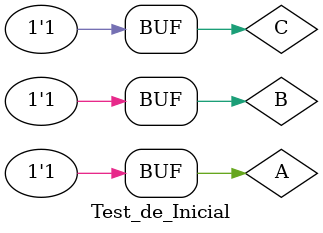
<source format=v>
`timescale 1ns / 1ps


module Test_de_Inicial;

	// Inputs
	reg A;
	reg B;
	reg C;

	// Outputs
	wire D;
	wire E;

	// Instantiate the Unit Under Test (UUT)
	Inicial uut (
		.A(A), 
		.B(B), 
		.C(C), 
		.D(D), 
		.E(E)
	);

	initial begin
		// Initialize Inputs
		A = 0;
		B = 0;
		C = 0;

		// Wait 100 ns for global reset to finish
		#100;
        
		// Add stimulus here
		
		A = 0;
		B = 0;
		C = 1;
		#100;
		
		A = 0;
		B = 1;
		C = 0;
		#100;
		
		A = 0;
		B = 1;
		C = 1;
		#100;
		
		A = 1;
		B = 0;
		C = 0;
		#100;
		
		A = 1;
		B = 0;
		C = 1;
		#100;
		
		A = 1;
		B = 1;
		C = 0;
		#100;
		
		A = 1;
		B = 1;
		C = 1;
		#100;		
	end
      
endmodule


</source>
